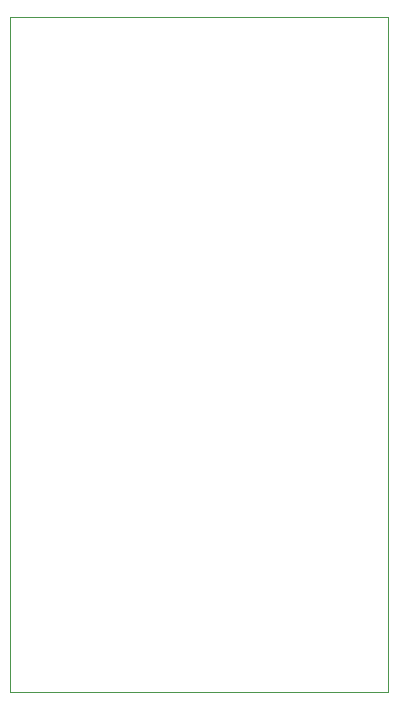
<source format=gm1>
G04 #@! TF.GenerationSoftware,KiCad,Pcbnew,8.0.3*
G04 #@! TF.CreationDate,2024-06-27T11:15:23-04:00*
G04 #@! TF.ProjectId,ESP32-S3-DevBoard,45535033-322d-4533-932d-446576426f61,rev?*
G04 #@! TF.SameCoordinates,Original*
G04 #@! TF.FileFunction,Profile,NP*
%FSLAX46Y46*%
G04 Gerber Fmt 4.6, Leading zero omitted, Abs format (unit mm)*
G04 Created by KiCad (PCBNEW 8.0.3) date 2024-06-27 11:15:23*
%MOMM*%
%LPD*%
G01*
G04 APERTURE LIST*
G04 #@! TA.AperFunction,Profile*
%ADD10C,0.050000*%
G04 #@! TD*
G04 APERTURE END LIST*
D10*
X174625000Y-52959000D02*
X206629000Y-52959000D01*
X206629000Y-110109000D01*
X174625000Y-110109000D01*
X174625000Y-52959000D01*
M02*

</source>
